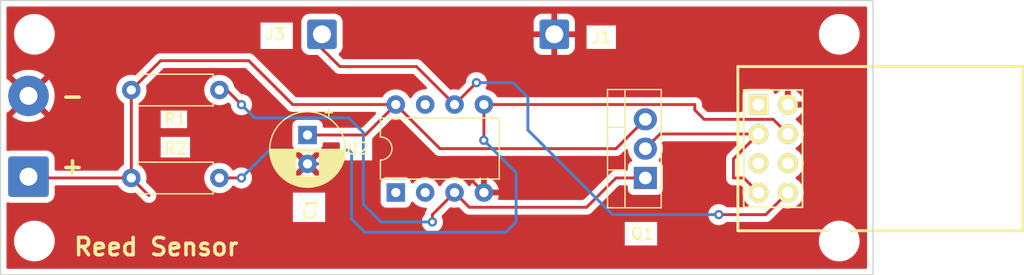
<source format=kicad_pcb>
(kicad_pcb (version 20211014) (generator pcbnew)
  (layers (0 "F.Cu" signal) (31 "B.Cu" signal) (34 "B.Paste" user) (35 "F.Paste" user) (36 "B.SilkS" user "B.Silkscreen") (37 "F.SilkS" user "F.Silkscreen") (38 "B.Mask" user) (39 "F.Mask" user) (44 "Edge.Cuts" user))
  (net 0 "")
  (net 1 "+3.3V")
  (net 2 "GND")
  (net 3 "Net-(U1-Pad8)")
  (net 4 "Net-(Q1-Pad1)")
  (net 5 "/ESP VCC")
  (net 6 "Net-(R2-Pad2)")
  (footprint "MountingHole:MountingHole_2.5mm" (layer "F.Cu") (at 164.084 51.054)
    (fp_text reference "REF**" hide)
    (fp_text value "MountingHole_2.5mm" hide)
    (pad "" np_thru_hole circle (at 0 0) (size 2.5 2.5) (drill 2.5) (layers *.Cu *.Mask))
  )
  (footprint "ESP:ESP-01" (layer "F.Cu") (at 157.099 57.15)
    (fp_text reference "U1" hide)
    (fp_text value "ESP-01v090")
    (fp_line (start -1.778 -3.302) (end 22.86 -3.302) (layer "F.SilkS") (width 0.254))
    (fp_line (start -1.27 -1.27) (end -1.27 1.27) (layer "F.SilkS") (width 0.1524))
    (fp_line (start -1.778 10.922) (end -1.778 -3.302) (layer "F.SilkS") (width 0.254))
    (fp_line (start 3.81 8.89) (end 3.81 -1.27) (layer "F.SilkS") (width 0.1524))
    (fp_line (start 22.86 10.922) (end -1.778 10.922) (layer "F.SilkS") (width 0.254))
    (fp_line (start -1.27 1.27) (end -1.27 8.89) (layer "F.SilkS") (width 0.1524))
    (fp_line (start 1.27 -1.27) (end -1.27 -1.27) (layer "F.SilkS") (width 0.1524))
    (fp_line (start -1.27 8.89) (end 3.81 8.89) (layer "F.SilkS") (width 0.1524))
    (fp_line (start 3.81 -1.27) (end 1.27 -1.27) (layer "F.SilkS") (width 0.1524))
    (fp_line (start 22.86 -3.302) (end 22.86 10.922) (layer "F.SilkS") (width 0.254))
    (pad "1" thru_hole rect locked (at 0 0) (size 1.7272 1.7272) (drill 1.016) (layers *.Cu *.Mask "F.SilkS"))
    (pad "2" thru_hole oval locked (at 2.54 0) (size 1.7272 1.7272) (drill 1.016) (layers *.Cu *.Mask "F.SilkS") (net 2 "GND"))
    (pad "3" thru_hole oval locked (at 0 2.54) (size 1.7272 1.7272) (drill 1.016) (layers *.Cu *.Mask "F.SilkS") (net 5 "/ESP VCC"))
    (pad "4" thru_hole oval locked (at 2.54 2.54) (size 1.7272 1.7272) (drill 1.016) (layers *.Cu *.Mask "F.SilkS") (net 6 "Net-(R2-Pad2)"))
    (pad "5" thru_hole oval locked (at 0 5.08) (size 1.7272 1.7272) (drill 1.016) (layers *.Cu *.Mask "F.SilkS"))
    (pad "6" thru_hole oval locked (at 2.54 5.08) (size 1.7272 1.7272) (drill 1.016) (layers *.Cu *.Mask "F.SilkS"))
    (pad "7" thru_hole oval locked (at 0 7.62) (size 1.7272 1.7272) (drill 1.016) (layers *.Cu *.Mask "F.SilkS") (net 5 "/ESP VCC"))
    (pad "8" thru_hole oval locked (at 2.54 7.62) (size 1.7272 1.7272) (drill 1.016) (layers *.Cu *.Mask "F.SilkS") (net 3 "Net-(U1-Pad8)"))
  )
  (footprint "Package_TO_SOT_THT:TO-220-3_Vertical" (layer "F.Cu") (at 147.32 63.5 90)
    (fp_text reference "Q1" (at -4.826 -0.254 180) (layer "F.SilkS"))
    (fp_text value "NDP6020P" hide)
    (fp_line (start 4.391 -3.27) (end 4.391 -1.76) (layer "F.SilkS") (width 0.12))
    (fp_line (start -2.58 -3.27) (end 7.66 -3.27) (layer "F.SilkS") (width 0.12))
    (fp_line (start 0.69 -3.27) (end 0.69 -1.76) (layer "F.SilkS") (width 0.12))
    (fp_line (start -2.58 -3.27) (end -2.58 1.371) (layer "F.SilkS") (width 0.12))
    (fp_line (start 7.66 -3.27) (end 7.66 1.371) (layer "F.SilkS") (width 0.12))
    (fp_line (start -2.58 -1.76) (end 7.66 -1.76) (layer "F.SilkS") (width 0.12))
    (fp_line (start -2.58 1.371) (end 7.66 1.371) (layer "F.SilkS") (width 0.12))
    (pad "1" thru_hole rect (at 0 0 90) (size 1.905 2) (drill 1.1) (layers *.Cu *.Mask) (net 4 "Net-(Q1-Pad1)"))
    (pad "2" thru_hole oval (at 2.54 0 90) (size 1.905 2) (drill 1.1) (layers *.Cu *.Mask) (net 5 "/ESP VCC"))
    (pad "3" thru_hole oval (at 5.08 0 90) (size 1.905 2) (drill 1.1) (layers *.Cu *.Mask) (net 1 "+3.3V"))
  )
  (footprint "Resistor_THT:R_Axial_DIN0207_L6.3mm_D2.5mm_P7.62mm_Horizontal" (layer "F.Cu") (at 110.49 55.88 180)
    (fp_text reference "R1" (at 3.81 -2.54) (layer "F.SilkS"))
    (fp_text value "3.3 k" hide)
    (fp_line (start 0.54 1.04) (end 0.54 1.37) (layer "F.SilkS") (width 0.12))
    (fp_line (start 0.54 1.37) (end 7.08 1.37) (layer "F.SilkS") (width 0.12))
    (fp_line (start 0.54 -1.37) (end 7.08 -1.37) (layer "F.SilkS") (width 0.12))
    (fp_line (start 7.08 1.37) (end 7.08 1.04) (layer "F.SilkS") (width 0.12))
    (fp_line (start 0.54 -1.04) (end 0.54 -1.37) (layer "F.SilkS") (width 0.12))
    (fp_line (start 7.08 -1.37) (end 7.08 -1.04) (layer "F.SilkS") (width 0.12))
    (pad "1" thru_hole circle (at 0 0 180) (size 1.6 1.6) (drill 0.8) (layers *.Cu *.Mask) (net 4 "Net-(Q1-Pad1)"))
    (pad "2" thru_hole oval (at 7.62 0 180) (size 1.6 1.6) (drill 0.8) (layers *.Cu *.Mask) (net 1 "+3.3V"))
  )
  (footprint "MountingHole:MountingHole_2.5mm" (layer "F.Cu") (at 94.488 51.054)
    (fp_text reference "REF**" hide)
    (fp_text value "MountingHole_2.5mm" hide)
    (pad "" np_thru_hole circle (at 0 0) (size 2.5 2.5) (drill 2.5) (layers *.Cu *.Mask))
  )
  (footprint "Capacitor_THT:CP_Radial_D6.3mm_P2.50mm" (layer "F.Cu") (at 118.11 59.777621 -90)
    (fp_text reference "C1" (at 6.389379 -0.254 90) (layer "F.SilkS"))
    (fp_text value "C_Polarized" hide)
    (fp_line (start 3.491 1.04) (end 3.491 2.343) (layer "F.SilkS") (width 0.12))
    (fp_line (start 3.131 1.04) (end 3.131 2.636) (layer "F.SilkS") (width 0.12))
    (fp_line (start -2.250241 -1.839) (end -1.620241 -1.839) (layer "F.SilkS") (width 0.12))
    (fp_line (start 3.531 -2.305) (end 3.531 -1.04) (layer "F.SilkS") (width 0.12))
    (fp_line (start 3.851 -1.944) (end 3.851 1.944) (layer "F.SilkS") (width 0.12))
    (fp_line (start 4.331 -1.059) (end 4.331 1.059) (layer "F.SilkS") (width 0.12))
    (fp_line (start 1.37 -3.228) (end 1.37 3.228) (layer "F.SilkS") (width 0.12))
    (fp_line (start 2.571 1.04) (end 2.571 2.952) (layer "F.SilkS") (width 0.12))
    (fp_line (start 2.331 -3.047) (end 2.331 -1.04) (layer "F.SilkS") (width 0.12))
    (fp_line (start 3.291 1.04) (end 3.291 2.516) (layer "F.SilkS") (width 0.12))
    (fp_line (start 2.411 -3.018) (end 2.411 -1.04) (layer "F.SilkS") (width 0.12))
    (fp_line (start 1.29 -3.23) (end 1.29 3.23) (layer "F.SilkS") (width 0.12))
    (fp_line (start 2.811 1.04) (end 2.811 2.834) (layer "F.SilkS") (width 0.12))
    (fp_line (start 4.491 -0.402) (end 4.491 0.402) (layer "F.SilkS") (width 0.12))
    (fp_line (start 3.291 -2.516) (end 3.291 -1.04) (layer "F.SilkS") (width 0.12))
    (fp_line (start 2.731 1.04) (end 2.731 2.876) (layer "F.SilkS") (width 0.12))
    (fp_line (start 3.611 -2.224) (end 3.611 2.224) (layer "F.SilkS") (width 0.12))
    (fp_line (start 2.011 1.04) (end 2.011 3.141) (layer "F.SilkS") (width 0.12))
    (fp_line (start 2.651 1.04) (end 2.651 2.916) (layer "F.SilkS") (width 0.12))
    (fp_line (start 3.211 1.04) (end 3.211 2.578) (layer "F.SilkS") (width 0.12))
    (fp_line (start 2.251 -3.074) (end 2.251 -1.04) (layer "F.SilkS") (width 0.12))
    (fp_line (start 3.371 1.04) (end 3.371 2.45) (layer "F.SilkS") (width 0.12))
    (fp_line (start 2.771 -2.856) (end 2.771 -1.04) (layer "F.SilkS") (width 0.12))
    (fp_line (start 1.93 1.04) (end 1.93 3.159) (layer "F.SilkS") (width 0.12))
    (fp_line (start 2.331 1.04) (end 2.331 3.047) (layer "F.SilkS") (width 0.12))
    (fp_line (start 3.691 -2.137) (end 3.691 2.137) (layer "F.SilkS") (width 0.12))
    (fp_line (start 1.93 -3.159) (end 1.93 -1.04) (layer "F.SilkS") (width 0.12))
    (fp_line (start 3.051 -2.69) (end 3.051 -1.04) (layer "F.SilkS") (width 0.12))
    (fp_line (start 2.691 1.04) (end 2.691 2.896) (layer "F.SilkS") (width 0.12))
    (fp_line (start 3.331 1.04) (end 3.331 2.484) (layer "F.SilkS") (width 0.12))
    (fp_line (start 4.251 -1.262) (end 4.251 1.262) (layer "F.SilkS") (width 0.12))
    (fp_line (start 3.411 1.04) (end 3.411 2.416) (layer "F.SilkS") (width 0.12))
    (fp_line (start 1.61 -3.211) (end 1.61 -1.04) (layer "F.SilkS") (width 0.12))
    (fp_line (start 4.211 -1.35) (end 4.211 1.35) (layer "F.SilkS") (width 0.12))
    (fp_line (start 1.57 -3.215) (end 1.57 -1.04) (layer "F.SilkS") (width 0.12))
    (fp_line (start 2.771 1.04) (end 2.771 2.856) (layer "F.SilkS") (width 0.12))
    (fp_line (start 3.731 -2.092) (end 3.731 2.092) (layer "F.SilkS") (width 0.12))
    (fp_line (start 2.411 1.04) (end 2.411 3.018) (layer "F.SilkS") (width 0.12))
    (fp_line (start 2.971 1.04) (end 2.971 2.742) (layer "F.SilkS") (width 0.12))
    (fp_line (start 2.051 -3.131) (end 2.051 -1.04) (layer "F.SilkS") (width 0.12))
    (fp_line (start 1.69 1.04) (end 1.69 3.201) (layer "F.SilkS") (width 0.12))
    (fp_line (start 1.69 -3.201) (end 1.69 -1.04) (layer "F.SilkS") (width 0.12))
    (fp_line (start 2.491 -2.986) (end 2.491 -1.04) (layer "F.SilkS") (width 0.12))
    (fp_line (start 1.49 -3.222) (end 1.49 -1.04) (layer "F.SilkS") (width 0.12))
    (fp_line (start 1.77 -3.189) (end 1.77 -1.04) (layer "F.SilkS") (width 0.12))
    (fp_line (start 1.81 1.04) (end 1.81 3.182) (layer "F.SilkS") (width 0.12))
    (fp_line (start 2.051 1.04) (end 2.051 3.131) (layer "F.SilkS") (width 0.12))
    (fp_line (start 4.451 -0.633) (end 4.451 0.633) (layer "F.SilkS") (width 0.12))
    (fp_line (start 1.61 1.04) (end 1.61 3.211) (layer "F.SilkS") (width 0.12))
    (fp_line (start 1.53 1.04) (end 1.53 3.218) (layer "F.SilkS") (width 0.12))
    (fp_line (start 3.771 -2.044) (end 3.771 2.044) (layer "F.SilkS") (width 0.12))
    (fp_line (start 3.171 -2.607) (end 3.171 -1.04) (layer "F.SilkS") (width 0.12))
    (fp_line (start -1.935241 -2.154) (end -1.935241 -1.524) (layer "F.SilkS") (width 0.12))
    (fp_line (start 2.451 1.04) (end 2.451 3.002) (layer "F.SilkS") (width 0.12))
    (fp_line (start 3.331 -2.484) (end 3.331 -1.04) (layer "F.SilkS") (width 0.12))
    (fp_line (start 4.091 -1.581) (end 4.091 1.581) (layer "F.SilkS") (width 0.12))
    (fp_line (start 2.371 1.04) (end 2.371 3.033) (layer "F.SilkS") (width 0.12))
    (fp_line (start 1.85 1.04) (end 1.85 3.175) (layer "F.SilkS") (width 0.12))
    (fp_line (start 2.291 1.04) (end 2.291 3.061) (layer "F.SilkS") (width 0.12))
    (fp_line (start 3.211 -2.578) (end 3.211 -1.04) (layer "F.SilkS") (width 0.12))
    (fp_line (start 4.291 -1.165) (end 4.291 1.165) (layer "F.SilkS") (width 0.12))
    (fp_line (start 1.53 -3.218) (end 1.53 -1.04) (layer "F.SilkS") (width 0.12))
    (fp_line (start 3.531 1.04) (end 3.531 2.305) (layer "F.SilkS") (width 0.12))
    (fp_line (start 2.691 -2.896) (end 2.691 -1.04) (layer "F.SilkS") (width 0.12))
    (fp_line (start 2.171 -3.098) (end 2.171 -1.04) (layer "F.SilkS") (width 0.12))
    (fp_line (start 2.651 -2.916) (end 2.651 -1.04) (layer "F.SilkS") (width 0.12))
    (fp_line (start 3.971 -1.776) (end 3.971 1.776) (layer "F.SilkS") (width 0.12))
    (fp_line (start 4.131 -1.509) (end 4.131 1.509) (layer "F.SilkS") (width 0.12))
    (fp_line (start 3.571 -2.265) (end 3.571 2.265) (layer "F.SilkS") (width 0.12))
    (fp_line (start 1.65 1.04) (end 1.65 3.206) (layer "F.SilkS") (width 0.12))
    (fp_line (start 2.891 1.04) (end 2.891 2.79) (layer "F.SilkS") (width 0.12))
    (fp_line (start 3.011 -2.716) (end 3.011 -1.04) (layer "F.SilkS") (width 0.12))
    (fp_line (start 2.091 1.04) (end 2.091 3.121) (layer "F.SilkS") (width 0.12))
    (fp_line (start 3.091 -2.664) (end 3.091 -1.04) (layer "F.SilkS") (width 0.12))
    (fp_line (start 1.85 -3.175) (end 1.85 -1.04) (layer "F.SilkS") (width 0.12))
    (fp_line (start 4.011 -1.714) (end 4.011 1.714) (layer "F.SilkS") (width 0.12))
    (fp_line (start 3.811 -1.995) (end 3.811 1.995) (layer "F.SilkS") (width 0.12))
    (fp_line (start 3.171 1.04) (end 3.171 2.607) (layer "F.SilkS") (width 0.12))
    (fp_line (start 4.051 -1.65) (end 4.051 1.65) (layer "F.SilkS") (width 0.12))
    (fp_line (start 1.971 1.04) (end 1.971 3.15) (layer "F.SilkS") (width 0.12))
    (fp_line (start 2.171 1.04) (end 2.171 3.098) (layer "F.SilkS") (width 0.12))
    (fp_line (start 2.451 -3.002) (end 2.451 -1.04) (layer "F.SilkS") (width 0.12))
    (fp_line (start 2.811 -2.834) (end 2.811 -1.04) (layer "F.SilkS") (width 0.12))
    (fp_line (start 3.651 -2.182) (end 3.651 2.182) (layer "F.SilkS") (width 0.12))
    (fp_line (start 2.891 -2.79) (end 2.891 -1.04) (layer "F.SilkS") (width 0.12))
    (fp_line (start 1.89 -3.167) (end 1.89 -1.04) (layer "F.SilkS") (width 0.12))
    (fp_line (start 2.971 -2.742) (end 2.971 -1.04) (layer "F.SilkS") (width 0.12))
    (fp_line (start 2.291 -3.061) (end 2.291 -1.04) (layer "F.SilkS") (width 0.12))
    (fp_line (start 2.931 -2.766) (end 2.931 -1.04) (layer "F.SilkS") (width 0.12))
    (fp_line (start 1.81 -3.182) (end 1.81 -1.04) (layer "F.SilkS") (width 0.12))
    (fp_line (start 2.491 1.04) (end 2.491 2.986) (layer "F.SilkS") (width 0.12))
    (fp_line (start 2.851 -2.812) (end 2.851 -1.04) (layer "F.SilkS") (width 0.12))
    (fp_line (start 2.931 1.04) (end 2.931 2.766) (layer "F.SilkS") (width 0.12))
    (fp_line (start 3.051 1.04) (end 3.051 2.69) (layer "F.SilkS") (width 0.12))
    (fp_line (start 2.011 -3.141) (end 2.011 -1.04) (layer "F.SilkS") (width 0.12))
    (fp_line (start 1.41 -3.227) (end 1.41 3.227) (layer "F.SilkS") (width 0.12))
    (fp_line (start 3.371 -2.45) (end 3.371 -1.04) (layer "F.SilkS") (width 0.12))
    (fp_line (start 1.49 1.04) (end 1.49 3.222) (layer "F.SilkS") (width 0.12))
    (fp_line (start 1.57 1.04) (end 1.57 3.215) (layer "F.SilkS") (width 0.12))
    (fp_line (start 2.251 1.04) (end 2.251 3.074) (layer "F.SilkS") (width 0.12))
    (fp_line (start 2.731 -2.876) (end 2.731 -1.04) (layer "F.SilkS") (width 0.12))
    (fp_line (start 3.931 -1.834) (end 3.931 1.834) (layer "F.SilkS") (width 0.12))
    (fp_line (start 1.33 -3.23) (end 1.33 3.23) (layer "F.SilkS") (width 0.12))
    (fp_line (start 4.371 -0.94) (end 4.371 0.94) (layer "F.SilkS") (width 0.12))
    (fp_line (start 2.531 1.04) (end 2.531 2.97) (layer "F.SilkS") (width 0.12))
    (fp_line (start 2.611 1.04) (end 2.611 2.934) (layer "F.SilkS") (width 0.12))
    (fp_line (start 2.211 -3.086) (end 2.211 -1.04) (layer "F.SilkS") (width 0.12))
    (fp_line (start 2.131 1.04) (end 2.131 3.11) (layer "F.SilkS") (width 0.12))
    (fp_line (start 1.73 1.04) (end 1.73 3.195) (layer "F.SilkS") (width 0.12))
    (fp_line (start 1.45 -3.224) (end 1.45 3.224) (layer "F.SilkS") (width 0.12))
    (fp_line (start 3.451 -2.38) (end 3.451 -1.04) (layer "F.SilkS") (width 0.12))
    (fp_line (start 2.371 -3.033) (end 2.371 -1.04) (layer "F.SilkS") (width 0.12))
    (fp_line (start 1.73 -3.195) (end 1.73 -1.04) (layer "F.SilkS") (width 0.12))
    (fp_line (start 2.851 1.04) (end 2.851 2.812) (layer "F.SilkS") (width 0.12))
    (fp_line (start 2.611 -2.934) (end 2.611 -1.04) (layer "F.SilkS") (width 0.12))
    (fp_line (start 1.971 -3.15) (end 1.971 -1.04) (layer "F.SilkS") (width 0.12))
    (fp_line (start 3.251 1.04) (end 3.251 2.548) (layer "F.SilkS") (width 0.12))
    (fp_line (start 2.531 -2.97) (end 2.531 -1.04) (layer "F.SilkS") (width 0.12))
    (fp_line (start 2.571 -2.952) (end 2.571 -1.04) (layer "F.SilkS") (width 0.12))
    (fp_line (start 3.451 1.04) (end 3.451 2.38) (layer "F.SilkS") (width 0.12))
    (fp_line (start 3.131 -2.636) (end 3.131 -1.04) (layer "F.SilkS") (width 0.12))
    (fp_line (start 3.251 -2.548) (end 3.251 -1.04) (layer "F.SilkS") (width 0.12))
    (fp_line (start 4.171 -1.432) (end 4.171 1.432) (layer "F.SilkS") (width 0.12))
    (fp_line (start 1.89 1.04) (end 1.89 3.167) (layer "F.SilkS") (width 0.12))
    (fp_line (start 2.131 -3.11) (end 2.131 -1.04) (layer "F.SilkS") (width 0.12))
    (fp_line (start 1.65 -3.206) (end 1.65 -1.04) (layer "F.SilkS") (width 0.12))
    (fp_line (start 4.411 -0.802) (end 4.411 0.802) (layer "F.SilkS") (width 0.12))
    (fp_line (start 3.091 1.04) (end 3.091 2.664) (layer "F.SilkS") (width 0.12))
    (fp_line (start 1.25 -3.23) (end 1.25 3.23) (layer "F.SilkS") (width 0.12))
    (fp_line (start 1.77 1.04) (end 1.77 3.189) (layer "F.SilkS") (width 0.12))
    (fp_line (start 3.491 -2.343) (end 3.491 -1.04) (layer "F.SilkS") (width 0.12))
    (fp_line (start 3.011 1.04) (end 3.011 2.716) (layer "F.SilkS") (width 0.12))
    (fp_line (start 3.891 -1.89) (end 3.891 1.89) (layer "F.SilkS") (width 0.12))
    (fp_line (start 2.211 1.04) (end 2.211 3.086) (layer "F.SilkS") (width 0.12))
    (fp_line (start 3.411 -2.416) (end 3.411 -1.04) (layer "F.SilkS") (width 0.12))
    (fp_line (start 2.091 -3.121) (end 2.091 -1.04) (layer "F.SilkS") (width 0.12))
    (fp_circle (center 1.25 0) (end 4.52 0) (layer "F.SilkS") (width 0.12) (fill none))
    (pad "1" thru_hole rect (at 0 0 270) (size 1.6 1.6) (drill 0.8) (layers *.Cu *.Mask) (net 1 "+3.3V"))
    (pad "2" thru_hole circle (at 2.5 0 270) (size 1.6 1.6) (drill 0.8) (layers *.Cu *.Mask) (net 2 "GND"))
  )
  (footprint "Resistor_THT:R_Axial_DIN0207_L6.3mm_D2.5mm_P7.62mm_Horizontal" (layer "F.Cu") (at 102.87 63.5)
    (fp_text reference "R2" (at 3.81 -2.54) (layer "F.SilkS"))
    (fp_text value "3.3 k" hide)
    (fp_line (start 0.54 1.37) (end 7.08 1.37) (layer "F.SilkS") (width 0.12))
    (fp_line (start 0.54 1.04) (end 0.54 1.37) (layer "F.SilkS") (width 0.12))
    (fp_line (start 0.54 -1.04) (end 0.54 -1.37) (layer "F.SilkS") (width 0.12))
    (fp_line (start 0.54 -1.37) (end 7.08 -1.37) (layer "F.SilkS") (width 0.12))
    (fp_line (start 7.08 -1.37) (end 7.08 -1.04) (layer "F.SilkS") (width 0.12))
    (fp_line (start 7.08 1.37) (end 7.08 1.04) (layer "F.SilkS") (width 0.12))
    (pad "1" thru_hole circle (at 0 0) (size 1.6 1.6) (drill 0.8) (layers *.Cu *.Mask) (net 1 "+3.3V"))
    (pad "2" thru_hole oval (at 7.62 0) (size 1.6 1.6) (drill 0.8) (layers *.Cu *.Mask) (net 6 "Net-(R2-Pad2)"))
  )
  (footprint "Connector_Wire:SolderWire-0.75sqmm_1x01_D1.25mm_OD2.3mm" (layer "F.Cu") (at 119.356 51.054)
    (fp_text reference "J3" (at -4.04 0) (layer "F.SilkS"))
    (fp_text value "Conn_01x01" hide)
    (pad "1" thru_hole roundrect (at 0 0) (size 2.55 2.55) (drill 1.55) (layers *.Cu *.Mask) (roundrect_rratio 0.09803882353) (net 3 "Net-(U1-Pad8)"))
  )
  (footprint "Package_DIP:DIP-8_W7.62mm" (layer "F.Cu") (at 125.74 64.76 90)
    (fp_text reference "U2" (at 3.8 -3.312 180) (layer "F.SilkS"))
    (fp_text value "ATtiny85-20P")
    (fp_line (start 6.46 8.95) (end 6.46 -1.33) (layer "F.SilkS") (width 0.12))
    (fp_line (start 1.16 8.95) (end 6.46 8.95) (layer "F.SilkS") (width 0.12))
    (fp_line (start 6.46 -1.33) (end 4.81 -1.33) (layer "F.SilkS") (width 0.12))
    (fp_line (start 2.81 -1.33) (end 1.16 -1.33) (layer "F.SilkS") (width 0.12))
    (fp_line (start 1.16 -1.33) (end 1.16 8.95) (layer "F.SilkS") (width 0.12))
    (fp_arc (start 4.81 -1.33) (mid 3.81 -0.33) (end 2.81 -1.33) (layer "F.SilkS") (width 0.12))
    (pad "1" thru_hole rect (at 0 0 90) (size 1.6 1.6) (drill 0.8) (layers *.Cu *.Mask))
    (pad "2" thru_hole oval (at 0 2.54 90) (size 1.6 1.6) (drill 0.8) (layers *.Cu *.Mask))
    (pad "3" thru_hole oval (at 0 5.08 90) (size 1.6 1.6) (drill 0.8) (layers *.Cu *.Mask) (net 4 "Net-(Q1-Pad1)"))
    (pad "4" thru_hole oval (at 0 7.62 90) (size 1.6 1.6) (drill 0.8) (layers *.Cu *.Mask) (net 2 "GND"))
    (pad "5" thru_hole oval (at 7.62 7.62 90) (size 1.6 1.6) (drill 0.8) (layers *.Cu *.Mask) (net 6 "Net-(R2-Pad2)"))
    (pad "6" thru_hole oval (at 7.62 5.08 90) (size 1.6 1.6) (drill 0.8) (layers *.Cu *.Mask) (net 3 "Net-(U1-Pad8)"))
    (pad "7" thru_hole oval (at 7.62 2.54 90) (size 1.6 1.6) (drill 0.8) (layers *.Cu *.Mask))
    (pad "8" thru_hole oval (at 7.62 0 90) (size 1.6 1.6) (drill 0.8) (layers *.Cu *.Mask) (net 1 "+3.3V"))
  )
  (footprint "Connector_Wire:SolderWire-0.75sqmm_1x02_P7mm_D1.25mm_OD3.5mm" (layer "F.Cu") (at 93.98 63.388 90)
    (fp_text reference "J2" hide)
    (fp_text value "Conn_01x02" hide)
    (pad "1" thru_hole roundrect (at 0 0 90) (size 3.5 3.5) (drill 1.55) (layers *.Cu *.Mask) (roundrect_rratio 0.07142914286) (net 1 "+3.3V"))
    (pad "2" thru_hole circle (at 7 0 90) (size 3.5 3.5) (drill 1.55) (layers *.Cu *.Mask) (net 2 "GND"))
  )
  (footprint "MountingHole:MountingHole_2.5mm" (layer "F.Cu") (at 164.084 68.961)
    (fp_text reference "REF**" hide)
    (fp_text value "MountingHole_2.5mm" hide)
    (pad "" np_thru_hole circle (at 0 0) (size 2.5 2.5) (drill 2.5) (layers *.Cu *.Mask))
  )
  (footprint "MountingHole:MountingHole_2.5mm" (layer "F.Cu") (at 94.488 68.961)
    (fp_text reference "REF**" hide)
    (fp_text value "MountingHole_2.5mm" hide)
    (pad "" np_thru_hole circle (at 0 0) (size 2.5 2.5) (drill 2.5) (layers *.Cu *.Mask))
  )
  (footprint "Connector_Wire:SolderWire-0.75sqmm_1x01_D1.25mm_OD2.3mm" (layer "F.Cu") (at 139.446 51.054)
    (fp_text reference "J1" (at 4.064 0.254) (layer "F.SilkS"))
    (fp_text value "Conn_01x01" hide)
    (pad "1" thru_hole roundrect (at 0 0) (size 2.55 2.55) (drill 1.55) (layers *.Cu *.Mask) (roundrect_rratio 0.09803882353) (net 2 "GND"))
  )
  (gr_rect (start 91.567 48.133) (end 167.005 71.882) (layer "Edge.Cuts") (width 0.1) (fill none))
  (gr_text "+" (at 97.79 62.484) (layer "F.SilkS") (effects (font (size 1.5 1.5) (thickness 0.3))))
  (gr_text "-" (at 97.79 56.388) (layer "F.SilkS") (effects (font (size 1.5 1.5) (thickness 0.3))))
  (gr_text "Reed Sensor" (at 105.029 69.469) (layer "F.SilkS") (effects (font (size 1.5 1.5) (thickness 0.3))))
  (segment (start 147.32 58.42) (end 144.78 60.96) (width 0.25) (layer "F.Cu") (net 1))
  (segment (start 142.24 60.96) (end 129.56 60.96) (width 0.25) (layer "F.Cu") (net 1))
  (segment (start 93.98 63.5) (end 102.87 63.5) (width 0.25) (layer "F.Cu") (net 1))
  (segment (start 129.56 60.96) (end 125.74 57.14) (width 0.25) (layer "F.Cu") (net 1))
  (segment (start 144.78 60.96) (end 142.24 60.96) (width 0.25) (layer "F.Cu") (net 1))
  (segment (start 102.87 63.5) (end 102.87 55.88) (width 0.25) (layer "F.Cu") (net 1))
  (segment (start 125.74 57.14) (end 116.83 57.14) (width 0.25) (layer "F.Cu") (net 1))
  (segment (start 116.83 57.14) (end 113.03 53.34) (width 0.25) (layer "F.Cu") (net 1))
  (segment (start 118.11 59.777621) (end 123.102379 59.777621) (width 0.25) (layer "F.Cu") (net 1))
  (segment (start 113.03 53.34) (end 105.41 53.34) (width 0.25) (layer "F.Cu") (net 1))
  (segment (start 105.41 53.34) (end 102.87 55.88) (width 0.25) (layer "F.Cu") (net 1))
  (segment (start 102.87 63.5) (end 104.394 65.024) (width 0.25) (layer "F.Cu") (net 1))
  (segment (start 123.102379 59.777621) (end 125.74 57.14) (width 0.25) (layer "F.Cu") (net 1))
  (segment (start 118.11 62.277621) (end 130.877621 62.277621) (width 0.25) (layer "F.Cu") (net 2))
  (segment (start 130.877621 62.277621) (end 133.36 64.76) (width 0.25) (layer "F.Cu") (net 2))
  (segment (start 119.356 52.3) (end 119.356 51.054) (width 0.25) (layer "F.Cu") (net 3))
  (segment (start 130.82 57.14) (end 127.528 53.848) (width 0.25) (layer "F.Cu") (net 3))
  (segment (start 127.528 53.848) (end 120.904 53.848) (width 0.25) (layer "F.Cu") (net 3))
  (segment (start 132.715 55.245) (end 130.82 57.14) (width 0.25) (layer "F.Cu") (net 3))
  (segment (start 159.639 64.77) (end 157.734 66.675) (width 0.25) (layer "F.Cu") (net 3))
  (segment (start 120.904 53.848) (end 119.356 52.3) (width 0.25) (layer "F.Cu") (net 3))
  (segment (start 157.734 66.675) (end 153.67 66.675) (width 0.25) (layer "F.Cu") (net 3))
  (via (at 153.67 66.675) (size 0.8) (drill 0.4) (layers "F.Cu" "B.Cu") (net 3))
  (via (at 132.715 55.245) (size 0.8) (drill 0.4) (layers "F.Cu" "B.Cu") (net 3))
  (segment (start 137.16 59.349009) (end 137.16 56.515) (width 0.25) (layer "B.Cu") (net 3))
  (segment (start 137.16 56.515) (end 135.89 55.245) (width 0.25) (layer "B.Cu") (net 3))
  (segment (start 144.485991 66.675) (end 137.16 59.349009) (width 0.25) (layer "B.Cu") (net 3))
  (segment (start 135.89 55.245) (end 132.715 55.245) (width 0.25) (layer "B.Cu") (net 3))
  (segment (start 153.67 66.675) (end 144.485991 66.675) (width 0.25) (layer "B.Cu") (net 3))
  (segment (start 130.82 64.76) (end 132.1 66.04) (width 0.25) (layer "F.Cu") (net 4))
  (segment (start 128.905 66.675) (end 130.82 64.76) (width 0.25) (layer "F.Cu") (net 4))
  (segment (start 111.125 55.88) (end 112.395 57.15) (width 0.25) (layer "F.Cu") (net 4))
  (segment (start 144.78 63.5) (end 147.32 63.5) (width 0.25) (layer "F.Cu") (net 4))
  (segment (start 142.24 66.04) (end 144.78 63.5) (width 0.25) (layer "F.Cu") (net 4))
  (segment (start 132.1 66.04) (end 142.24 66.04) (width 0.25) (layer "F.Cu") (net 4))
  (segment (start 128.905 67.31) (end 128.905 66.675) (width 0.25) (layer "F.Cu") (net 4))
  (segment (start 110.49 55.88) (end 111.125 55.88) (width 0.25) (layer "F.Cu") (net 4))
  (via (at 112.395 57.15) (size 0.8) (drill 0.4) (layers "F.Cu" "B.Cu") (net 4))
  (via (at 128.905 67.31) (size 0.8) (drill 0.4) (layers "F.Cu" "B.Cu") (net 4))
  (segment (start 124.46 67.31) (end 122.936 65.786) (width 0.25) (layer "B.Cu") (net 4))
  (segment (start 122.936 59.563) (end 121.666 58.293) (width 0.25) (layer "B.Cu") (net 4))
  (segment (start 113.538 58.293) (end 112.395 57.15) (width 0.25) (layer "B.Cu") (net 4))
  (segment (start 122.936 65.786) (end 122.936 59.563) (width 0.25) (layer "B.Cu") (net 4))
  (segment (start 121.666 58.293) (end 113.538 58.293) (width 0.25) (layer "B.Cu") (net 4))
  (segment (start 128.905 67.31) (end 124.46 67.31) (width 0.25) (layer "B.Cu") (net 4))
  (segment (start 148.59 59.69) (end 147.32 60.96) (width 0.25) (layer "F.Cu") (net 5))
  (segment (start 155.829 63.5) (end 154.94 63.5) (width 0.25) (layer "F.Cu") (net 5))
  (segment (start 154.94 61.849) (end 157.099 59.69) (width 0.25) (layer "F.Cu") (net 5))
  (segment (start 154.94 63.5) (end 154.94 61.849) (width 0.25) (layer "F.Cu") (net 5))
  (segment (start 157.099 64.77) (end 155.829 63.5) (width 0.25) (layer "F.Cu") (net 5))
  (segment (start 157.099 59.69) (end 148.59 59.69) (width 0.25) (layer "F.Cu") (net 5))
  (segment (start 151.59 57.61) (end 151.59 57.14) (width 0.25) (layer "F.Cu") (net 6))
  (segment (start 159.639 59.69) (end 158.369 58.42) (width 0.25) (layer "F.Cu") (net 6))
  (segment (start 158.369 58.42) (end 152.4 58.42) (width 0.25) (layer "F.Cu") (net 6))
  (segment (start 151.59 57.14) (end 133.36 57.14) (width 0.25) (layer "F.Cu") (net 6))
  (segment (start 152.4 58.42) (end 151.59 57.61) (width 0.25) (layer "F.Cu") (net 6))
  (segment (start 133.35 60.2355) (end 133.36 60.2255) (width 0.25) (layer "F.Cu") (net 6))
  (segment (start 110.49 63.5) (end 112.395 63.5) (width 0.25) (layer "F.Cu") (net 6))
  (segment (start 133.36 60.2255) (end 133.36 57.14) (width 0.25) (layer "F.Cu") (net 6))
  (via (at 112.395 63.5) (size 0.8) (drill 0.4) (layers "F.Cu" "B.Cu") (net 6))
  (via (at 133.35 60.2355) (size 0.8) (drill 0.4) (layers "F.Cu" "B.Cu") (net 6))
  (segment (start 112.395 63.5) (end 114.808 61.087) (width 0.25) (layer "B.Cu") (net 6))
  (segment (start 121.666 61.087) (end 121.92 61.341) (width 0.25) (layer "B.Cu") (net 6))
  (segment (start 121.92 61.341) (end 121.92 67.056) (width 0.25) (layer "B.Cu") (net 6))
  (segment (start 121.92 67.056) (end 123.063 68.199) (width 0.25) (layer "B.Cu") (net 6))
  (segment (start 136.144 63.0295) (end 133.35 60.2355) (width 0.25) (layer "B.Cu") (net 6))
  (segment (start 136.144 67.31) (end 136.144 63.0295) (width 0.25) (layer "B.Cu") (net 6))
  (segment (start 114.808 61.087) (end 121.666 61.087) (width 0.25) (layer "B.Cu") (net 6))
  (segment (start 135.255 68.199) (end 136.144 67.31) (width 0.25) (layer "B.Cu") (net 6))
  (segment (start 123.063 68.199) (end 135.255 68.199) (width 0.25) (layer "B.Cu") (net 6))
  (zone (net 0) (net_name "") (layer "F.Cu") (connect_pads (clearance 0)) (min_thickness 0.254)
    (keepout (tracks not_allowed) (vias not_allowed) (pads not_allowed) (copperpour not_allowed) (footprints allowed))
    (fill (thermal_gap 0.508) (thermal_bridge_width 0.508))
    (polygon (pts (xy 119.634 67.31) (xy 116.84 67.31) (xy 116.84 64.77) (xy 119.634 64.77)))
  )
  (zone (net 0) (net_name "") (layer "F.Cu") (connect_pads (clearance 0)) (min_thickness 0.254)
    (keepout (tracks not_allowed) (vias not_allowed) (pads not_allowed) (copperpour not_allowed) (footprints allowed))
    (fill (thermal_gap 0.508) (thermal_bridge_width 0.508))
    (polygon (pts (xy 107.696 59.182) (xy 105.41 59.182) (xy 105.41 57.658) (xy 107.696 57.658)))
  )
  (zone (net 0) (net_name "") (layer "F.Cu") (connect_pads (clearance 0)) (min_thickness 0.254)
    (keepout (tracks not_allowed) (vias not_allowed) (pads not_allowed) (copperpour not_allowed) (footprints allowed))
    (fill (thermal_gap 0.508) (thermal_bridge_width 0.508))
    (polygon (pts (xy 123.698 61.976) (xy 120.904 61.976) (xy 120.904 59.944) (xy 123.698 59.944)))
  )
  (zone (net 0) (net_name "") (layer "F.Cu") (connect_pads (clearance 0)) (min_thickness 0.254)
    (keepout (tracks not_allowed) (vias not_allowed) (pads not_allowed) (copperpour not_allowed) (footprints allowed))
    (fill (thermal_gap 0.508) (thermal_bridge_width 0.508))
    (polygon (pts (xy 148.336 69.342) (xy 145.542 69.342) (xy 145.542 67.31) (xy 148.336 67.31)))
  )
  (zone (net 0) (net_name "") (layer "F.Cu") (connect_pads (clearance 0)) (min_thickness 0.254)
    (keepout (tracks not_allowed) (vias not_allowed) (pads not_allowed) (copperpour not_allowed) (footprints allowed))
    (fill (thermal_gap 0.508) (thermal_bridge_width 0.508))
    (polygon (pts (xy 116.84 52.324) (xy 114.046 52.324) (xy 114.046 50.038) (xy 116.84 50.038)))
  )
  (zone (net 0) (net_name "") (layer "F.Cu") (connect_pads (clearance 0)) (min_thickness 0.254)
    (keepout (tracks not_allowed) (vias not_allowed) (pads not_allowed) (copperpour not_allowed) (footprints allowed))
    (fill (thermal_gap 0.508) (thermal_bridge_width 0.508))
    (polygon (pts (xy 144.78 52.324) (xy 142.24 52.324) (xy 142.24 50.292) (xy 144.78 50.292)))
  )
  (zone (net 2) (net_name "GND") (layer "F.Cu") (connect_pads (clearance 0.508)) (min_thickness 0.254) (fill yes (thermal_gap 0.508) (thermal_bridge_width 0.508))
    (polygon (pts (xy 167.005 71.882) (xy 91.567 71.882) (xy 91.567 48.133) (xy 167.005 48.133)))
  )
  (zone (net 0) (net_name "") (layer "F.Cu") (connect_pads (clearance 0)) (min_thickness 0.254)
    (keepout (tracks not_allowed) (vias not_allowed) (pads not_allowed) (copperpour not_allowed) (footprints allowed))
    (fill (thermal_gap 0.508) (thermal_bridge_width 0.508))
    (polygon (pts (xy 107.95 61.722) (xy 105.41 61.722) (xy 105.41 59.944) (xy 107.95 59.944)))
  )
)
</source>
